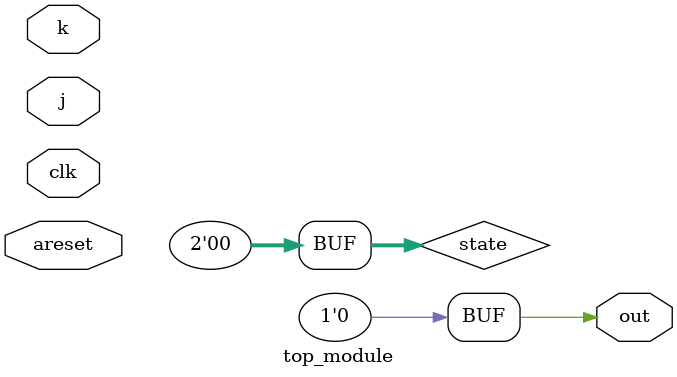
<source format=sv>
module top_module (
    input clk,
    input j,
    input k,
    input areset,
    output out
);

    reg [1:0] state;

    // combinational always block to determine the next state based on current state and j, k inputs
    always @* begin
        case (state)
            2'b00: state = (j == 1'b1) ? 2'b01 : 2'b00; // State A: If j is high, transition to state B. Otherwise, stay in state A.
            2'b01: state = (k == 1'b1) ? 2'b00 : 2'b01; // State B: If k is high, transition to state A. Otherwise, stay in state B.
            default: state = 2'b00;
        endcase
    end

    // clocked always block to update the value of state based on areset and next state
    always @(posedge clk) begin
        if (areset == 1'b1) begin
            state <= 2'b00; // Reset state to A.
        end else begin
            state <= state;
        end
    end

    // assign out based on current state
    assign out = (state == 2'b01) ? 1'b1 : 1'b0; // If current state is B, out is high. Otherwise, out is low.

endmodule

</source>
